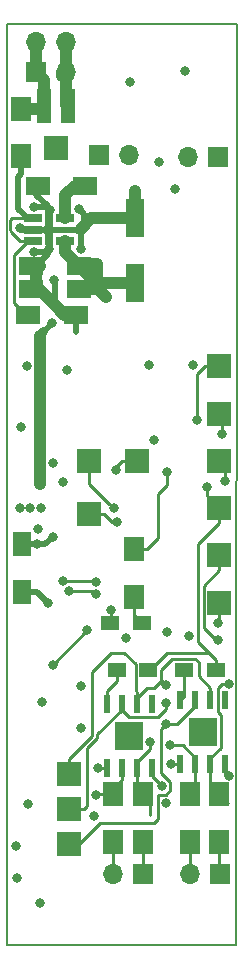
<source format=gbr>
G04 #@! TF.GenerationSoftware,KiCad,Pcbnew,5.0.2-bee76a0~70~ubuntu18.04.1*
G04 #@! TF.CreationDate,2019-12-03T11:06:18+01:00*
G04 #@! TF.ProjectId,instrumnet,696e7374-7275-46d6-9e65-742e6b696361,rev?*
G04 #@! TF.SameCoordinates,Original*
G04 #@! TF.FileFunction,Copper,L4,Bot*
G04 #@! TF.FilePolarity,Positive*
%FSLAX46Y46*%
G04 Gerber Fmt 4.6, Leading zero omitted, Abs format (unit mm)*
G04 Created by KiCad (PCBNEW 5.0.2-bee76a0~70~ubuntu18.04.1) date Tue 03 Dec 2019 11:06:18 AM CET*
%MOMM*%
%LPD*%
G01*
G04 APERTURE LIST*
G04 #@! TA.AperFunction,NonConductor*
%ADD10C,0.150000*%
G04 #@! TD*
G04 #@! TA.AperFunction,SMDPad,CuDef*
%ADD11R,1.500000X3.300000*%
G04 #@! TD*
G04 #@! TA.AperFunction,SMDPad,CuDef*
%ADD12R,2.000000X1.600000*%
G04 #@! TD*
G04 #@! TA.AperFunction,SMDPad,CuDef*
%ADD13R,1.600000X2.000000*%
G04 #@! TD*
G04 #@! TA.AperFunction,SMDPad,CuDef*
%ADD14R,1.700000X2.000000*%
G04 #@! TD*
G04 #@! TA.AperFunction,SMDPad,CuDef*
%ADD15R,1.500000X1.300000*%
G04 #@! TD*
G04 #@! TA.AperFunction,SMDPad,CuDef*
%ADD16R,2.000000X2.000000*%
G04 #@! TD*
G04 #@! TA.AperFunction,ComponentPad*
%ADD17R,1.700000X1.700000*%
G04 #@! TD*
G04 #@! TA.AperFunction,ComponentPad*
%ADD18O,1.700000X1.700000*%
G04 #@! TD*
G04 #@! TA.AperFunction,SMDPad,CuDef*
%ADD19R,1.200000X3.000000*%
G04 #@! TD*
G04 #@! TA.AperFunction,SMDPad,CuDef*
%ADD20R,1.560000X0.650000*%
G04 #@! TD*
G04 #@! TA.AperFunction,SMDPad,CuDef*
%ADD21R,0.600000X1.550000*%
G04 #@! TD*
G04 #@! TA.AperFunction,SMDPad,CuDef*
%ADD22R,1.175000X1.175000*%
G04 #@! TD*
G04 #@! TA.AperFunction,ViaPad*
%ADD23C,0.800000*%
G04 #@! TD*
G04 #@! TA.AperFunction,Conductor*
%ADD24C,0.250000*%
G04 #@! TD*
G04 #@! TA.AperFunction,Conductor*
%ADD25C,1.000000*%
G04 #@! TD*
G04 #@! TA.AperFunction,Conductor*
%ADD26C,0.500000*%
G04 #@! TD*
G04 APERTURE END LIST*
D10*
X125000000Y-64000000D02*
X144500000Y-64000000D01*
X125000000Y-142000000D02*
X125000000Y-64000000D01*
X144400000Y-142000000D02*
X125000000Y-142000000D01*
X144500000Y-64000000D02*
X144400000Y-142000000D01*
D11*
G04 #@! TO.P,C11,2*
G04 #@! TO.N,GND*
X135870000Y-80450000D03*
G04 #@! TO.P,C11,1*
G04 #@! TO.N,+5V*
X135870000Y-85950000D03*
G04 #@! TD*
D12*
G04 #@! TO.P,C18,1*
G04 #@! TO.N,+5V*
X131090000Y-86470000D03*
G04 #@! TO.P,C18,2*
G04 #@! TO.N,GND*
X127090000Y-86470000D03*
G04 #@! TD*
G04 #@! TO.P,C19,2*
G04 #@! TO.N,GND*
X127090000Y-84470000D03*
G04 #@! TO.P,C19,1*
G04 #@! TO.N,+5V*
X131090000Y-84470000D03*
G04 #@! TD*
G04 #@! TO.P,C17,1*
G04 #@! TO.N,Net-(C17-Pad1)*
X131660000Y-77700000D03*
G04 #@! TO.P,C17,2*
G04 #@! TO.N,GND*
X127660000Y-77700000D03*
G04 #@! TD*
G04 #@! TO.P,C16,2*
G04 #@! TO.N,GND*
X130830000Y-88630000D03*
G04 #@! TO.P,C16,1*
G04 #@! TO.N,Net-(C16-Pad1)*
X126830000Y-88630000D03*
G04 #@! TD*
D13*
G04 #@! TO.P,C8,2*
G04 #@! TO.N,GND*
X126330000Y-112080000D03*
G04 #@! TO.P,C8,1*
G04 #@! TO.N,+3V3*
X126330000Y-108080000D03*
G04 #@! TD*
D14*
G04 #@! TO.P,L5,1*
G04 #@! TO.N,Net-(C16-Pad1)*
X126220000Y-75190000D03*
G04 #@! TO.P,L5,2*
G04 #@! TO.N,Net-(D7-Pad1)*
X126220000Y-71190000D03*
G04 #@! TD*
D15*
G04 #@! TO.P,Rled1,2*
G04 #@! TO.N,Net-(D3-Pad2)*
X136450000Y-114750000D03*
G04 #@! TO.P,Rled1,1*
G04 #@! TO.N,led*
X133750000Y-114750000D03*
G04 #@! TD*
G04 #@! TO.P,R13,2*
G04 #@! TO.N,Net-(R13-Pad2)*
X140000000Y-118750000D03*
G04 #@! TO.P,R13,1*
G04 #@! TO.N,sck*
X142700000Y-118750000D03*
G04 #@! TD*
G04 #@! TO.P,R12,2*
G04 #@! TO.N,Net-(R12-Pad2)*
X134300000Y-118750000D03*
G04 #@! TO.P,R12,1*
G04 #@! TO.N,sck*
X137000000Y-118750000D03*
G04 #@! TD*
D14*
G04 #@! TO.P,D3,2*
G04 #@! TO.N,Net-(D3-Pad2)*
X135750000Y-112500000D03*
G04 #@! TO.P,D3,1*
G04 #@! TO.N,GND*
X135750000Y-108500000D03*
G04 #@! TD*
D16*
G04 #@! TO.P,TP12,1*
G04 #@! TO.N,reset*
X143000000Y-109000000D03*
G04 #@! TD*
G04 #@! TO.P,TP1,1*
G04 #@! TO.N,GND*
X143000000Y-113000000D03*
G04 #@! TD*
G04 #@! TO.P,TP2,1*
G04 #@! TO.N,Net-(TP2-Pad1)*
X136000000Y-101000000D03*
G04 #@! TD*
G04 #@! TO.P,TP3,1*
G04 #@! TO.N,Net-(TP3-Pad1)*
X132000000Y-101000000D03*
G04 #@! TD*
G04 #@! TO.P,TP4,1*
G04 #@! TO.N,Net-(TP4-Pad1)*
X132000000Y-105500000D03*
G04 #@! TD*
G04 #@! TO.P,TP5,1*
G04 #@! TO.N,do*
X130280000Y-127480000D03*
G04 #@! TD*
G04 #@! TO.P,TP6,1*
G04 #@! TO.N,cs_0*
X130280000Y-130480000D03*
G04 #@! TD*
G04 #@! TO.P,TP7,1*
G04 #@! TO.N,cs_1*
X130280000Y-133480000D03*
G04 #@! TD*
G04 #@! TO.P,TP8,1*
G04 #@! TO.N,+3V3*
X143000000Y-93000000D03*
G04 #@! TD*
G04 #@! TO.P,TP9,1*
G04 #@! TO.N,miso*
X143000000Y-97000000D03*
G04 #@! TD*
G04 #@! TO.P,TP10,1*
G04 #@! TO.N,mosi*
X143000000Y-101000000D03*
G04 #@! TD*
G04 #@! TO.P,TP11,1*
G04 #@! TO.N,sck*
X143000000Y-105000000D03*
G04 #@! TD*
D17*
G04 #@! TO.P,458_IN1,1*
G04 #@! TO.N,/in+*
X132810000Y-75110000D03*
D18*
G04 #@! TO.P,458_IN1,2*
G04 #@! TO.N,/in-*
X135350000Y-75110000D03*
G04 #@! TD*
G04 #@! TO.P,485_OUT1,2*
G04 #@! TO.N,/out-*
X140380000Y-75240000D03*
D17*
G04 #@! TO.P,485_OUT1,1*
G04 #@! TO.N,/out+*
X142920000Y-75240000D03*
G04 #@! TD*
D18*
G04 #@! TO.P,J1,4*
G04 #@! TO.N,GND*
X130000000Y-65540000D03*
G04 #@! TO.P,J1,3*
X130000000Y-68080000D03*
G04 #@! TO.P,J1,2*
G04 #@! TO.N,Net-(D7-Pad1)*
X127460000Y-65540000D03*
D17*
G04 #@! TO.P,J1,1*
X127460000Y-68080000D03*
G04 #@! TD*
D16*
G04 #@! TO.P,D7,3*
G04 #@! TO.N,N/C*
X129160000Y-74550000D03*
D19*
G04 #@! TO.P,D7,2*
G04 #@! TO.N,GND*
X130160000Y-71000000D03*
G04 #@! TO.P,D7,1*
G04 #@! TO.N,Net-(D7-Pad1)*
X128160000Y-71000000D03*
G04 #@! TD*
D20*
G04 #@! TO.P,U6,1*
G04 #@! TO.N,Net-(C16-Pad1)*
X127240000Y-82370000D03*
G04 #@! TO.P,U6,2*
G04 #@! TO.N,GND*
X127240000Y-81420000D03*
G04 #@! TO.P,U6,3*
G04 #@! TO.N,Net-(C16-Pad1)*
X127240000Y-80470000D03*
G04 #@! TO.P,U6,4*
G04 #@! TO.N,Net-(C17-Pad1)*
X129940000Y-80470000D03*
G04 #@! TO.P,U6,5*
G04 #@! TO.N,+5V*
X129940000Y-82370000D03*
G04 #@! TD*
D17*
G04 #@! TO.P,J3,1*
G04 #@! TO.N,Net-(D2-Pad2)*
X143040000Y-136000000D03*
D18*
G04 #@! TO.P,J3,2*
G04 #@! TO.N,Net-(D2-Pad1)*
X140500000Y-136000000D03*
G04 #@! TD*
G04 #@! TO.P,J2,2*
G04 #@! TO.N,Net-(D1-Pad1)*
X133960000Y-136000000D03*
D17*
G04 #@! TO.P,J2,1*
G04 #@! TO.N,Net-(D1-Pad2)*
X136500000Y-136000000D03*
G04 #@! TD*
D21*
G04 #@! TO.P,U2,1*
G04 #@! TO.N,GND*
X137270000Y-127000000D03*
G04 #@! TO.P,U2,2*
G04 #@! TO.N,Net-(C3-Pad2)*
X136000000Y-127000000D03*
G04 #@! TO.P,U2,3*
G04 #@! TO.N,Net-(C3-Pad1)*
X134730000Y-127000000D03*
G04 #@! TO.P,U2,4*
G04 #@! TO.N,+3V3*
X133460000Y-127000000D03*
G04 #@! TO.P,U2,5*
G04 #@! TO.N,Net-(R12-Pad2)*
X133460000Y-121600000D03*
G04 #@! TO.P,U2,6*
G04 #@! TO.N,cs_0*
X134730000Y-121600000D03*
G04 #@! TO.P,U2,7*
G04 #@! TO.N,do*
X136000000Y-121600000D03*
G04 #@! TO.P,U2,8*
G04 #@! TO.N,N/C*
X137270000Y-121600000D03*
D22*
G04 #@! TO.P,U2,9*
X134777500Y-123712500D03*
X135952500Y-123712500D03*
X134777500Y-124887500D03*
X135952500Y-124887500D03*
G04 #@! TD*
G04 #@! TO.P,U3,9*
G04 #@! TO.N,N/C*
X142202500Y-124537500D03*
X141027500Y-124537500D03*
X142202500Y-123362500D03*
X141027500Y-123362500D03*
D21*
G04 #@! TO.P,U3,8*
X143520000Y-121250000D03*
G04 #@! TO.P,U3,7*
G04 #@! TO.N,do*
X142250000Y-121250000D03*
G04 #@! TO.P,U3,6*
G04 #@! TO.N,cs_1*
X140980000Y-121250000D03*
G04 #@! TO.P,U3,5*
G04 #@! TO.N,Net-(R13-Pad2)*
X139710000Y-121250000D03*
G04 #@! TO.P,U3,4*
G04 #@! TO.N,+3V3*
X139710000Y-126650000D03*
G04 #@! TO.P,U3,3*
G04 #@! TO.N,Net-(C4-Pad1)*
X140980000Y-126650000D03*
G04 #@! TO.P,U3,2*
G04 #@! TO.N,Net-(C4-Pad2)*
X142250000Y-126650000D03*
G04 #@! TO.P,U3,1*
G04 #@! TO.N,GND*
X143520000Y-126650000D03*
G04 #@! TD*
D14*
G04 #@! TO.P,L1,2*
G04 #@! TO.N,Net-(D1-Pad1)*
X134000000Y-133250000D03*
G04 #@! TO.P,L1,1*
G04 #@! TO.N,Net-(C3-Pad1)*
X134000000Y-129250000D03*
G04 #@! TD*
G04 #@! TO.P,L2,1*
G04 #@! TO.N,Net-(D1-Pad2)*
X136500000Y-133250000D03*
G04 #@! TO.P,L2,2*
G04 #@! TO.N,Net-(C3-Pad2)*
X136500000Y-129250000D03*
G04 #@! TD*
G04 #@! TO.P,L3,2*
G04 #@! TO.N,Net-(D2-Pad1)*
X140500000Y-133250000D03*
G04 #@! TO.P,L3,1*
G04 #@! TO.N,Net-(C4-Pad1)*
X140500000Y-129250000D03*
G04 #@! TD*
G04 #@! TO.P,L4,1*
G04 #@! TO.N,Net-(D2-Pad2)*
X143000000Y-133250000D03*
G04 #@! TO.P,L4,2*
G04 #@! TO.N,Net-(C4-Pad2)*
X143000000Y-129250000D03*
G04 #@! TD*
D23*
G04 #@! TO.N,GND*
X138589855Y-101975010D03*
X125850000Y-136300000D03*
X142859849Y-114710000D03*
X135115000Y-116010000D03*
X137090000Y-92920000D03*
X140780000Y-92870000D03*
X135420000Y-68910000D03*
X140090000Y-68030000D03*
X138110000Y-128550000D03*
X138500009Y-130000008D03*
X138610000Y-115477136D03*
X131100000Y-81500000D03*
X128630000Y-81500000D03*
X128572875Y-83077214D03*
X128700010Y-79759758D03*
X127350000Y-79544998D03*
X127300000Y-83295002D03*
X131270000Y-83030000D03*
X131141408Y-79717897D03*
X126090000Y-105000000D03*
X126990000Y-105010000D03*
X127900000Y-105000000D03*
X126087050Y-81266858D03*
X143825000Y-127649998D03*
X128495403Y-113036994D03*
X135890000Y-78150000D03*
X137920000Y-75680000D03*
X140417390Y-115800860D03*
X128016000Y-121412000D03*
X128900010Y-101200000D03*
X129000000Y-85700000D03*
X130100000Y-93300000D03*
X131300000Y-123600000D03*
X132430000Y-131080000D03*
X131310000Y-120110000D03*
G04 #@! TO.N,+3V3*
X141120000Y-97570000D03*
X137430000Y-99200000D03*
X138950000Y-126660000D03*
X126180000Y-98120000D03*
X132700000Y-127050000D03*
X128900000Y-107420000D03*
X129730000Y-102800000D03*
X127862000Y-138412000D03*
X126840000Y-130060000D03*
X125775000Y-133586000D03*
X126699990Y-92964999D03*
X127680000Y-106775000D03*
X127560000Y-108080000D03*
G04 #@! TO.N,+5V*
X139280000Y-77960000D03*
X133450000Y-87170000D03*
X132570000Y-85950000D03*
X128800000Y-89300000D03*
X132630000Y-84300000D03*
X127800000Y-103000000D03*
X127700000Y-90900000D03*
X128100000Y-90100000D03*
G04 #@! TO.N,Net-(C4-Pad2)*
X143823515Y-119869562D03*
G04 #@! TO.N,Net-(C4-Pad1)*
X138800000Y-125080000D03*
G04 #@! TO.N,Net-(C3-Pad2)*
X137140002Y-124850000D03*
G04 #@! TO.N,Net-(C3-Pad1)*
X132545010Y-129290000D03*
G04 #@! TO.N,rxd_3v3*
X129725447Y-111188387D03*
X132589221Y-111248571D03*
G04 #@! TO.N,txd_3v3*
X130243232Y-112045842D03*
X132593265Y-112250000D03*
G04 #@! TO.N,do*
X138500000Y-120000000D03*
G04 #@! TO.N,cs_1*
X138500000Y-123250000D03*
G04 #@! TO.N,cs_0*
X138500000Y-121500000D03*
G04 #@! TO.N,sck*
X142000000Y-103250000D03*
G04 #@! TO.N,miso*
X143250000Y-98750000D03*
G04 #@! TO.N,mosi*
X143500000Y-102750000D03*
G04 #@! TO.N,reset*
X131820000Y-115320000D03*
X142864135Y-116210245D03*
X128890000Y-118250000D03*
G04 #@! TO.N,Net-(TP4-Pad1)*
X134348801Y-106158752D03*
G04 #@! TO.N,Net-(TP3-Pad1)*
X134077813Y-105021443D03*
G04 #@! TO.N,Net-(TP2-Pad1)*
X134250022Y-101739827D03*
G04 #@! TO.N,led*
X133840000Y-113620000D03*
G04 #@! TD*
D24*
G04 #@! TO.N,GND*
X136850000Y-108500000D02*
X137790000Y-107560000D01*
X135750000Y-108500000D02*
X136850000Y-108500000D01*
X137790000Y-107560000D02*
X137790000Y-103850000D01*
X138589855Y-103050145D02*
X138589855Y-101975010D01*
X137790000Y-103850000D02*
X138589855Y-103050145D01*
X143000000Y-114569849D02*
X142859849Y-114710000D01*
X143000000Y-113000000D02*
X143000000Y-114569849D01*
X128490000Y-83595000D02*
X127615000Y-84470000D01*
X127615000Y-84470000D02*
X127490000Y-84470000D01*
X128490000Y-81640000D02*
X128490000Y-83595000D01*
X128270000Y-81420000D02*
X128490000Y-81640000D01*
X127240000Y-81420000D02*
X128270000Y-81420000D01*
D25*
X127490000Y-86470000D02*
X127490000Y-84470000D01*
X126690000Y-84470000D02*
X127840000Y-84470000D01*
D24*
X137270000Y-127710000D02*
X138110000Y-128550000D01*
X137270000Y-127000000D02*
X137270000Y-127710000D01*
X143520000Y-126650000D02*
X143520000Y-127675000D01*
D26*
X128285002Y-81500000D02*
X128490000Y-81500000D01*
X128205002Y-81420000D02*
X128285002Y-81500000D01*
D24*
X128490000Y-81640000D02*
X128490000Y-81500000D01*
D26*
X128490000Y-79470000D02*
X127490000Y-78470000D01*
X128490000Y-83470000D02*
X127490000Y-84470000D01*
X128490000Y-81135002D02*
X128490000Y-80710000D01*
X128490000Y-81500000D02*
X128490000Y-80710000D01*
X128205002Y-81420000D02*
X128490000Y-81135002D01*
X128490000Y-80710000D02*
X128490000Y-79470000D01*
X128490000Y-81704998D02*
X128490000Y-82370000D01*
X128205002Y-81420000D02*
X128490000Y-81704998D01*
X127240000Y-81420000D02*
X128205002Y-81420000D01*
X128490000Y-81500000D02*
X128490000Y-82370000D01*
X128490000Y-81640000D02*
X128630000Y-81500000D01*
X128630000Y-81500000D02*
X129466484Y-81500000D01*
X128350000Y-81500000D02*
X128270000Y-81420000D01*
X129466484Y-81500000D02*
X128350000Y-81500000D01*
X130333507Y-81419991D02*
X129546493Y-81419991D01*
X129546493Y-81419991D02*
X129466484Y-81500000D01*
X130413517Y-81500000D02*
X130333507Y-81419991D01*
X131100000Y-81500000D02*
X130413517Y-81500000D01*
X128630000Y-81500000D02*
X128630000Y-83020089D01*
X128490000Y-82370000D02*
X128572875Y-83077214D01*
X128630000Y-83020089D02*
X128572875Y-83077214D01*
X128572875Y-83077214D02*
X128490000Y-83470000D01*
X128630000Y-81500000D02*
X128630000Y-79829768D01*
X128630000Y-79829768D02*
X128700010Y-79759758D01*
X128700010Y-79759758D02*
X128485250Y-79544998D01*
X128485250Y-79544998D02*
X127350000Y-79544998D01*
X128230000Y-83295002D02*
X127300000Y-83295002D01*
X128700010Y-79759758D02*
X128700010Y-82824992D01*
X128700010Y-82824992D02*
X128230000Y-83295002D01*
X127848940Y-104948940D02*
X127900000Y-105000000D01*
X131260000Y-81660000D02*
X131260000Y-83120000D01*
X131100000Y-81500000D02*
X131260000Y-81660000D01*
X131541407Y-81058593D02*
X131541407Y-80117896D01*
X131541407Y-80117896D02*
X131141408Y-79717897D01*
X131100000Y-81500000D02*
X131541407Y-81058593D01*
X127240000Y-81420000D02*
X126240192Y-81420000D01*
X126240192Y-81420000D02*
X126087050Y-81266858D01*
D25*
X129650000Y-68430000D02*
X130000000Y-68080000D01*
X127730002Y-86470000D02*
X127090000Y-86470000D01*
X130830000Y-88630000D02*
X129890002Y-88630000D01*
D24*
X143520000Y-127675000D02*
X143799998Y-127675000D01*
X143799998Y-127675000D02*
X143825000Y-127649998D01*
D26*
X127538409Y-112080000D02*
X128495403Y-113036994D01*
X126330000Y-112080000D02*
X127538409Y-112080000D01*
D25*
X132150000Y-80450000D02*
X131255001Y-81344999D01*
X135870000Y-80450000D02*
X132150000Y-80450000D01*
X135870000Y-80450000D02*
X135870000Y-78170000D01*
X135870000Y-78170000D02*
X135890000Y-78150000D01*
X130000000Y-70840000D02*
X130160000Y-71000000D01*
X130000000Y-68080000D02*
X130000000Y-70840000D01*
X130000000Y-68080000D02*
X130000000Y-65540000D01*
D26*
X130830000Y-90030000D02*
X130900000Y-90100000D01*
X130830000Y-88630000D02*
X130830000Y-90030000D01*
X129100000Y-85800000D02*
X129000000Y-85700000D01*
D25*
X129890002Y-88630000D02*
X129100000Y-87839998D01*
D26*
X129100000Y-87839998D02*
X129100000Y-85800000D01*
D25*
X129100000Y-87839998D02*
X127730002Y-86470000D01*
D24*
G04 #@! TO.N,+3V3*
X141120000Y-97004315D02*
X141120000Y-97570000D01*
X141120000Y-93630000D02*
X141120000Y-97004315D01*
X141750000Y-93000000D02*
X141120000Y-93630000D01*
X143000000Y-93000000D02*
X141750000Y-93000000D01*
X133460000Y-127000000D02*
X132750000Y-127000000D01*
X132750000Y-127000000D02*
X132700000Y-127050000D01*
X138960000Y-126650000D02*
X138950000Y-126660000D01*
X139710000Y-126650000D02*
X138960000Y-126650000D01*
D26*
X128240000Y-108080000D02*
X128900000Y-107420000D01*
X126330000Y-108080000D02*
X127560000Y-108080000D01*
X127560000Y-108080000D02*
X128240000Y-108080000D01*
D25*
G04 #@! TO.N,+5V*
X132570000Y-85950000D02*
X131090000Y-84470000D01*
X135870000Y-85950000D02*
X132570000Y-85950000D01*
X131090000Y-86470000D02*
X132050000Y-86470000D01*
X132050000Y-86470000D02*
X132570000Y-85950000D01*
X129940000Y-83320000D02*
X131090000Y-84470000D01*
X129940000Y-82370000D02*
X129940000Y-83320000D01*
D26*
X127800000Y-92400000D02*
X127800000Y-91000000D01*
X127800000Y-91000000D02*
X127700000Y-90900000D01*
D25*
X127800000Y-103000000D02*
X127800000Y-92400000D01*
X127800000Y-92400000D02*
X127800000Y-90400000D01*
D26*
X127700000Y-90900000D02*
X127700000Y-90402581D01*
X127700000Y-90402581D02*
X128201137Y-89901444D01*
X128800000Y-89400000D02*
X128100000Y-90100000D01*
X128800000Y-89300000D02*
X128800000Y-89400000D01*
D25*
X131260000Y-84300000D02*
X131090000Y-84470000D01*
X132630000Y-84300000D02*
X131260000Y-84300000D01*
X132750000Y-86470000D02*
X131090000Y-86470000D01*
X133450000Y-87170000D02*
X132750000Y-86470000D01*
X132630000Y-86350000D02*
X133450000Y-87170000D01*
X132630000Y-84300000D02*
X132630000Y-86350000D01*
D24*
G04 #@! TO.N,Net-(C4-Pad2)*
X142250000Y-128500000D02*
X143000000Y-129250000D01*
X142250000Y-126650000D02*
X142250000Y-128500000D01*
X143745882Y-129995882D02*
X143000000Y-129250000D01*
X142250000Y-126175000D02*
X142250000Y-126650000D01*
X143115001Y-125309999D02*
X142250000Y-126175000D01*
X143115001Y-122514999D02*
X143115001Y-125309999D01*
X142894999Y-122294997D02*
X143115001Y-122514999D01*
X142894999Y-120232393D02*
X142894999Y-122294997D01*
X143257830Y-119869562D02*
X142894999Y-120232393D01*
X143823515Y-119869562D02*
X143257830Y-119869562D01*
G04 #@! TO.N,Net-(C4-Pad1)*
X140980000Y-128770000D02*
X140500000Y-129250000D01*
X140980000Y-126650000D02*
X140980000Y-128770000D01*
X140980000Y-126650000D02*
X140980000Y-126175000D01*
X140980000Y-126175000D02*
X139885000Y-125080000D01*
X139885000Y-125080000D02*
X138800000Y-125080000D01*
G04 #@! TO.N,Net-(C3-Pad2)*
X136000000Y-128750000D02*
X136500000Y-129250000D01*
X136000000Y-127000000D02*
X136000000Y-128750000D01*
X137097301Y-129847301D02*
X136500000Y-129250000D01*
X137097301Y-130953334D02*
X137097301Y-129847301D01*
X137140002Y-125384998D02*
X137140002Y-124850000D01*
X136000000Y-127000000D02*
X136000000Y-126525000D01*
X136000000Y-126525000D02*
X137140002Y-125384998D01*
G04 #@! TO.N,Net-(C3-Pad1)*
X134000000Y-128755000D02*
X134000000Y-129250000D01*
X134730000Y-128025000D02*
X134000000Y-128755000D01*
X134730000Y-127000000D02*
X134730000Y-128025000D01*
X134000000Y-129250000D02*
X132585010Y-129250000D01*
X132585010Y-129250000D02*
X132545010Y-129290000D01*
G04 #@! TO.N,rxd_3v3*
X129725447Y-111188387D02*
X132529037Y-111188387D01*
X132529037Y-111188387D02*
X132589221Y-111248571D01*
G04 #@! TO.N,txd_3v3*
X132389107Y-112045842D02*
X132593265Y-112250000D01*
X130243232Y-112045842D02*
X132389107Y-112045842D01*
G04 #@! TO.N,do*
X142250000Y-120225000D02*
X141250000Y-119225000D01*
X142250000Y-121250000D02*
X142250000Y-120225000D01*
X141250000Y-118014998D02*
X140985002Y-117750000D01*
X141250000Y-119225000D02*
X141250000Y-118014998D01*
X138075001Y-118689997D02*
X138075001Y-119660001D01*
X140985002Y-117750000D02*
X139014998Y-117750000D01*
X139014998Y-117750000D02*
X138075001Y-118689997D01*
X138075001Y-119660001D02*
X137485002Y-120250000D01*
X137485002Y-120250000D02*
X136875000Y-120250000D01*
X136875000Y-120250000D02*
X136000000Y-121125000D01*
X136000000Y-121125000D02*
X136000000Y-121600000D01*
X138500000Y-120000000D02*
X138160001Y-119660001D01*
X138160001Y-119660001D02*
X138075001Y-119660001D01*
X130280000Y-126230000D02*
X132210000Y-124300000D01*
X130280000Y-127480000D02*
X130280000Y-126230000D01*
X132210000Y-118854998D02*
X133810000Y-117254998D01*
X132210000Y-124300000D02*
X132210000Y-118854998D01*
X133810000Y-117254998D02*
X134944998Y-117254998D01*
X135924999Y-118234999D02*
X135924999Y-120499999D01*
X136000000Y-120575000D02*
X136000000Y-121600000D01*
X135924999Y-120499999D02*
X136000000Y-120575000D01*
X134944998Y-117254998D02*
X135924999Y-118234999D01*
G04 #@! TO.N,Net-(D3-Pad2)*
X135750000Y-114050000D02*
X136450000Y-114750000D01*
X135750000Y-112500000D02*
X135750000Y-114050000D01*
G04 #@! TO.N,Net-(D1-Pad2)*
X136500000Y-133250000D02*
X136500000Y-136000000D01*
G04 #@! TO.N,Net-(D2-Pad2)*
X143000000Y-135960000D02*
X143040000Y-136000000D01*
X143000000Y-133250000D02*
X143000000Y-135960000D01*
G04 #@! TO.N,cs_1*
X133590000Y-131678335D02*
X133428335Y-131678335D01*
X138065001Y-123684999D02*
X138065001Y-127431997D01*
X138500000Y-123250000D02*
X138065001Y-123684999D01*
X138065001Y-127431997D02*
X138835002Y-128201998D01*
X138835002Y-128201998D02*
X138835002Y-128898002D01*
X138458002Y-129275002D02*
X137774999Y-129275002D01*
X137774999Y-129275002D02*
X137774999Y-131348638D01*
X140980000Y-121725000D02*
X139455000Y-123250000D01*
X139455000Y-123250000D02*
X138500000Y-123250000D01*
X140980000Y-121725000D02*
X140980000Y-121250000D01*
X137774999Y-131348638D02*
X137445302Y-131678335D01*
X138835002Y-128898002D02*
X138458002Y-129275002D01*
X137445302Y-131678335D02*
X133590000Y-131678335D01*
X130280000Y-133480000D02*
X131103002Y-133480000D01*
X132904667Y-131678335D02*
X133590000Y-131678335D01*
X131103002Y-133480000D02*
X132904667Y-131678335D01*
G04 #@! TO.N,cs_0*
X138500000Y-122030002D02*
X138500000Y-121500000D01*
X134730000Y-122075000D02*
X135355001Y-122700001D01*
X137830001Y-122700001D02*
X138500000Y-122030002D01*
X135355001Y-122700001D02*
X137830001Y-122700001D01*
X134730000Y-121600000D02*
X134730000Y-122075000D01*
X132660011Y-124486400D02*
X132660011Y-124144989D01*
X132660011Y-124144989D02*
X134730000Y-122075000D01*
X131820000Y-125326411D02*
X132660011Y-124486400D01*
X131820000Y-130190000D02*
X131820000Y-125326411D01*
X131530000Y-130480000D02*
X131820000Y-130190000D01*
X130280000Y-130480000D02*
X131530000Y-130480000D01*
G04 #@! TO.N,sck*
X138550011Y-117299989D02*
X137100000Y-118750000D01*
X142149989Y-117299989D02*
X138550011Y-117299989D01*
X137100000Y-118750000D02*
X137000000Y-118750000D01*
X142700000Y-117850000D02*
X142149989Y-117299989D01*
X142700000Y-118750000D02*
X142700000Y-117850000D01*
X142000000Y-103250000D02*
X142000000Y-104000000D01*
X142000000Y-104000000D02*
X143000000Y-105000000D01*
X143000000Y-106250000D02*
X141187001Y-108062999D01*
X141187001Y-116337001D02*
X142149989Y-117299989D01*
X143000000Y-105000000D02*
X143000000Y-106250000D01*
X141187001Y-108062999D02*
X141187001Y-116337001D01*
G04 #@! TO.N,Net-(C17-Pad1)*
X129940000Y-78520000D02*
X129990000Y-78470000D01*
D25*
X130760000Y-77700000D02*
X129940000Y-78520000D01*
X131660000Y-77700000D02*
X130760000Y-77700000D01*
X129940000Y-78520000D02*
X129940000Y-80469981D01*
G04 #@! TO.N,Net-(D7-Pad1)*
X127650000Y-68270000D02*
X127460000Y-68080000D01*
X127460000Y-65540000D02*
X127460000Y-68080000D01*
X128160000Y-68780000D02*
X127460000Y-68080000D01*
X128160000Y-71000000D02*
X128160000Y-68780000D01*
X127970000Y-71190000D02*
X128160000Y-71000000D01*
X126220000Y-71190000D02*
X127970000Y-71190000D01*
D24*
G04 #@! TO.N,miso*
X143250000Y-97250000D02*
X143000000Y-97000000D01*
X143250000Y-98750000D02*
X143250000Y-97250000D01*
G04 #@! TO.N,mosi*
X143500000Y-101500000D02*
X143000000Y-101000000D01*
X143500000Y-102750000D02*
X143500000Y-101500000D01*
G04 #@! TO.N,reset*
X143000000Y-109000000D02*
X143000000Y-110250000D01*
X141674999Y-111575001D02*
X141674999Y-115124999D01*
X143000000Y-110250000D02*
X141674999Y-111575001D01*
X142760245Y-116210245D02*
X142864135Y-116210245D01*
X141674999Y-115124999D02*
X142760245Y-116210245D01*
X131820000Y-115320000D02*
X128890000Y-118250000D01*
G04 #@! TO.N,Net-(C16-Pad1)*
X126210000Y-80470000D02*
X126170000Y-80430000D01*
X127240000Y-80470000D02*
X126210000Y-80470000D01*
X126170000Y-80430000D02*
X125470000Y-80430000D01*
X125470000Y-80430000D02*
X125290000Y-80610000D01*
X126117190Y-82370000D02*
X127240000Y-82370000D01*
X125362049Y-81614859D02*
X126117190Y-82370000D01*
X125362049Y-81522049D02*
X125362049Y-81614859D01*
X125290000Y-81450000D02*
X125362049Y-81522049D01*
X125290000Y-80610000D02*
X125290000Y-81450000D01*
X126630000Y-88630000D02*
X125610000Y-87610000D01*
X126830000Y-88630000D02*
X126630000Y-88630000D01*
X125610000Y-83545000D02*
X126785000Y-82370000D01*
X126785000Y-82370000D02*
X127240000Y-82370000D01*
X125610000Y-87610000D02*
X125610000Y-83545000D01*
D26*
X126785000Y-80470000D02*
X127240000Y-80470000D01*
X125960000Y-76950000D02*
X125960000Y-79645000D01*
X126220000Y-76690000D02*
X125960000Y-76950000D01*
X125960000Y-79645000D02*
X126785000Y-80470000D01*
X126220000Y-75190000D02*
X126220000Y-76690000D01*
D24*
G04 #@! TO.N,Net-(D1-Pad1)*
X134000000Y-135960000D02*
X133960000Y-136000000D01*
X134000000Y-133250000D02*
X134000000Y-135960000D01*
G04 #@! TO.N,Net-(R13-Pad2)*
X140000000Y-120960000D02*
X139710000Y-121250000D01*
X140000000Y-118750000D02*
X140000000Y-120960000D01*
G04 #@! TO.N,Net-(R12-Pad2)*
X133460000Y-120575000D02*
X133460000Y-121600000D01*
X134300000Y-118750000D02*
X134300000Y-119650000D01*
X134300000Y-119650000D02*
X133460000Y-120490000D01*
X133460000Y-120490000D02*
X133460000Y-120575000D01*
G04 #@! TO.N,Net-(D2-Pad1)*
X140500000Y-133250000D02*
X140500000Y-136000000D01*
G04 #@! TO.N,Net-(TP4-Pad1)*
X133908752Y-106158752D02*
X134348801Y-106158752D01*
X133250000Y-105500000D02*
X133908752Y-106158752D01*
X132000000Y-105500000D02*
X133250000Y-105500000D01*
G04 #@! TO.N,Net-(TP3-Pad1)*
X132000000Y-101000000D02*
X132000000Y-102943630D01*
X132000000Y-102943630D02*
X133677814Y-104621444D01*
X133677814Y-104621444D02*
X134077813Y-105021443D01*
G04 #@! TO.N,Net-(TP2-Pad1)*
X134250022Y-101499978D02*
X134250022Y-101739827D01*
X136000000Y-101000000D02*
X134750000Y-101000000D01*
X134750000Y-101000000D02*
X134250022Y-101499978D01*
G04 #@! TO.N,led*
X133840000Y-114660000D02*
X133750000Y-114750000D01*
X133840000Y-113620000D02*
X133840000Y-114660000D01*
G04 #@! TD*
M02*

</source>
